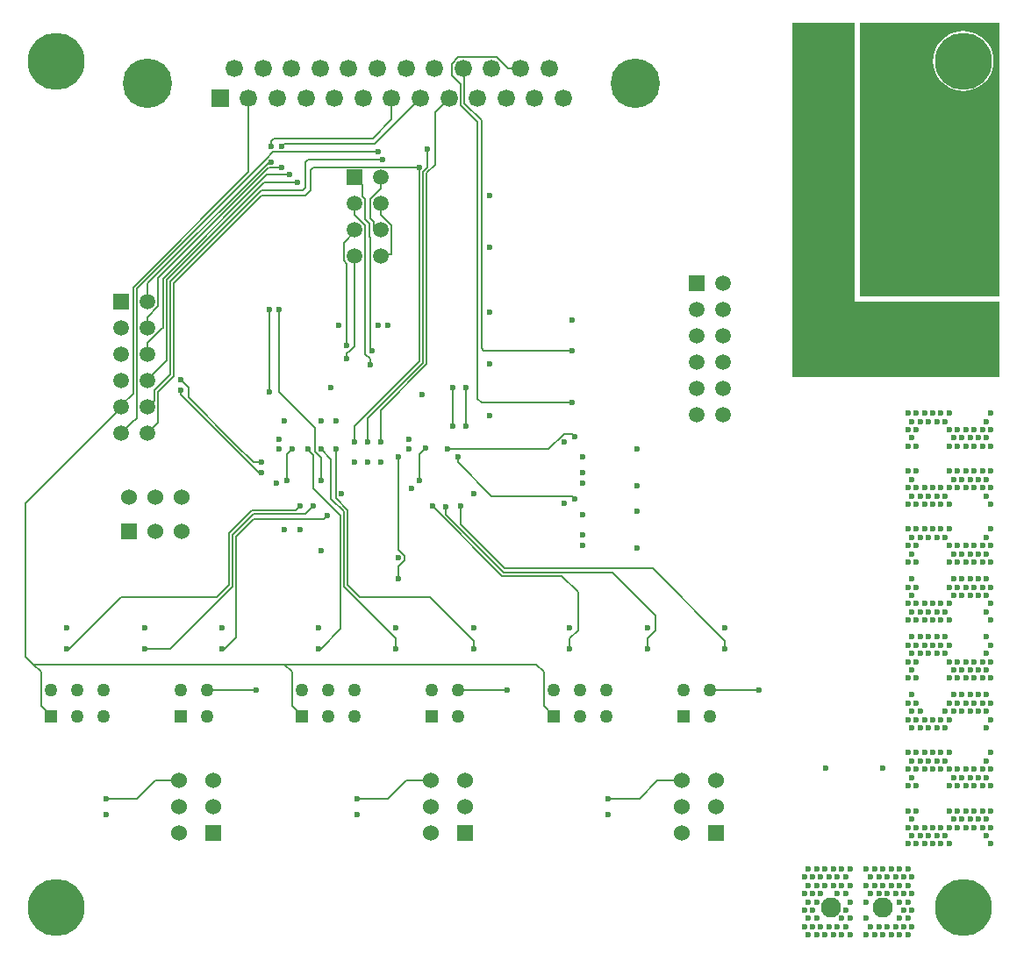
<source format=gbl>
G04*
G04 #@! TF.GenerationSoftware,Altium Limited,Altium Designer,19.1.5 (86)*
G04*
G04 Layer_Physical_Order=4*
G04 Layer_Color=16711680*
%FSLAX44Y44*%
%MOMM*%
G71*
G01*
G75*
%ADD11C,0.2000*%
%ADD45C,1.2700*%
%ADD46R,1.2700X1.2700*%
%ADD47C,5.5000*%
%ADD48R,1.5240X1.5240*%
%ADD49C,1.5240*%
%ADD50C,1.9500*%
%ADD51C,1.5000*%
%ADD52R,1.5000X1.5000*%
%ADD53C,1.6900*%
%ADD54R,1.6900X1.6900*%
%ADD55C,4.7600*%
%ADD56R,1.5240X1.5240*%
%ADD57C,0.6000*%
G36*
X952500Y896602D02*
Y632500D01*
X817500D01*
Y896602D01*
X952500D01*
D02*
G37*
G36*
X812500D02*
X812500Y627500D01*
X952500Y627500D01*
X952500Y555000D01*
X752500Y555000D01*
X752500Y896602D01*
X812500D01*
D02*
G37*
%LPC*%
G36*
X917500Y889114D02*
X912946Y888755D01*
X908503Y887689D01*
X904283Y885940D01*
X900387Y883553D01*
X896914Y880586D01*
X893947Y877113D01*
X891560Y873217D01*
X889811Y868997D01*
X888745Y864554D01*
X888386Y860000D01*
X888745Y855446D01*
X889811Y851003D01*
X891560Y846783D01*
X893947Y842887D01*
X896914Y839414D01*
X900387Y836447D01*
X904283Y834060D01*
X908503Y832311D01*
X912946Y831245D01*
X917500Y830886D01*
X922054Y831245D01*
X926497Y832311D01*
X930717Y834060D01*
X934613Y836447D01*
X938086Y839414D01*
X941053Y842887D01*
X943440Y846783D01*
X945189Y851003D01*
X946255Y855446D01*
X946614Y860000D01*
X946255Y864554D01*
X945189Y868997D01*
X943440Y873217D01*
X941053Y877113D01*
X938086Y880586D01*
X934613Y883553D01*
X930717Y885940D01*
X926497Y887689D01*
X922054Y888755D01*
X917500Y889114D01*
D02*
G37*
%LPD*%
D11*
X454890Y580110D02*
X539890D01*
X540000Y580000D01*
X687500Y292500D02*
Y300000D01*
X617500Y370000D02*
X687500Y300000D01*
X474967Y370000D02*
X617500D01*
X612500Y302188D02*
X620524Y310212D01*
X612500Y292500D02*
Y302188D01*
X537500Y302188D02*
X545524Y310212D01*
X537500Y292500D02*
Y302188D01*
X445000Y292500D02*
Y300000D01*
X402500Y342500D02*
X445000Y300000D01*
X335000Y342500D02*
X402500D01*
X319999Y352501D02*
X370000Y302500D01*
Y292500D02*
Y302500D01*
X295000Y292500D02*
X297500D01*
X316475Y311475D01*
X202500Y292500D02*
X205000D01*
X216094Y303594D01*
X127500Y292500D02*
X152500D01*
X52500D02*
X55000D01*
X105000Y342500D01*
X512500Y237500D02*
X522500Y227500D01*
X512500Y237500D02*
Y270000D01*
X505000Y277500D02*
X512500Y270000D01*
X672500Y252500D02*
X720000D01*
X676250Y248750D02*
X676550Y249050D01*
X672500Y252500D02*
X676250Y248750D01*
X622500Y165000D02*
X645000D01*
X605000Y147500D02*
X622500Y165000D01*
X575000Y147500D02*
X605000D01*
X270000Y237500D02*
X280000Y227500D01*
X270000Y237500D02*
Y270000D01*
X262500Y277500D02*
X270000Y270000D01*
X430000Y252500D02*
X477500D01*
X433750Y248750D02*
X434050Y249050D01*
X430000Y252500D02*
X433750Y248750D01*
X380000Y165000D02*
X402500D01*
X362500Y147500D02*
X380000Y165000D01*
X332500Y147500D02*
X362500D01*
X321455Y757524D02*
X392500D01*
X130000Y500000D02*
X140464Y510464D01*
X105000Y527500D02*
X116476Y538976D01*
Y641476D01*
X227815Y752815D01*
X251664Y771976D02*
X351976D01*
X244844Y765156D02*
X251664Y771976D01*
X250000Y777500D02*
Y782500D01*
X252500Y785000D02*
X347500D01*
X250000Y782500D02*
X252500Y785000D01*
X227815Y752815D02*
Y824100D01*
X12500Y285000D02*
Y432500D01*
X105000Y525000D01*
X262500Y277500D02*
X505000D01*
X20000D02*
X262500D01*
X27500Y237500D02*
X37500Y227500D01*
X20000Y277500D02*
X27500Y270000D01*
X12500Y285000D02*
X20000Y277500D01*
X27500Y237500D02*
Y270000D01*
X105000Y500000D02*
X115334Y510334D01*
X120000Y640000D02*
X244476Y764476D01*
X120000Y515000D02*
Y640000D01*
X115334Y510334D02*
X120000Y515000D01*
X115334Y510334D02*
Y510334D01*
X425000Y507500D02*
Y545000D01*
X437500Y507500D02*
Y545000D01*
X348422Y697900D02*
X355400D01*
Y672900D02*
X365694D01*
X430000Y472500D02*
Y477500D01*
X420000Y485000D02*
X517188D01*
X430000Y472500D02*
X462500Y440000D01*
X540000D01*
X452500Y530000D02*
X540000D01*
X448976Y533524D02*
X452500Y530000D01*
X448976Y533524D02*
Y801040D01*
X432500Y817516D02*
X448976Y801040D01*
X432500Y817516D02*
Y837500D01*
X423916Y846084D02*
X432500Y837500D01*
X423916Y846084D02*
Y857046D01*
X430344Y863474D01*
X436024Y818976D02*
Y851366D01*
Y818976D02*
X452500Y802500D01*
X430344Y863474D02*
X467046D01*
X478019Y852500D01*
X490110D01*
X452500Y582500D02*
X454890Y580110D01*
X452500Y582500D02*
Y802500D01*
X434890Y852500D02*
X436024Y851366D01*
X540000Y500000D02*
X542500Y497500D01*
X532188Y500000D02*
X540000D01*
X517188Y485000D02*
X532188Y500000D01*
X540000Y440000D02*
X542500Y437500D01*
X130000Y525000D02*
X136940Y531940D01*
X418000Y421984D02*
Y429500D01*
X405000Y430000D02*
X472500Y362500D01*
X187500Y252500D02*
X235000D01*
X432500Y412467D02*
Y430000D01*
Y412467D02*
X474967Y370000D01*
X578976Y366024D02*
X620524Y324476D01*
X473960Y366024D02*
X578976D01*
X418000Y421984D02*
X473960Y366024D01*
X530000Y362500D02*
X545524Y346976D01*
X472500Y362500D02*
X530000D01*
X392499Y479999D02*
X397500Y485000D01*
X392499Y454999D02*
Y479999D01*
X372499Y387813D02*
Y477499D01*
Y387813D02*
X378024Y382288D01*
X355000Y492500D02*
Y522516D01*
X342500Y492500D02*
Y515000D01*
X330000Y492500D02*
Y507500D01*
X355000Y522516D02*
X399548Y567064D01*
Y751752D01*
X407500Y759704D01*
Y810515D01*
X421085Y824100D01*
X342500Y515000D02*
X396024Y568524D01*
X392500Y570000D02*
Y757500D01*
X396024Y568524D02*
Y753212D01*
X400000Y757188D01*
Y775000D01*
X330000Y507500D02*
X392500Y570000D01*
X273524Y426024D02*
X277500Y430000D01*
X130000Y602500D02*
Y612500D01*
X90000Y147500D02*
X120000D01*
X290000Y447500D02*
X316475Y421025D01*
X290000Y447500D02*
Y479704D01*
X285000Y484704D02*
X290000Y479704D01*
X285000Y484704D02*
Y485000D01*
X208976Y353976D02*
Y403960D01*
X231040Y426024D01*
X273524D01*
X197500Y342500D02*
X208976Y353976D01*
X212500Y402500D02*
X232500Y422500D01*
X162500Y552500D02*
X170000Y545000D01*
X322500Y585000D02*
Y664242D01*
X319706Y667036D02*
X322500Y664242D01*
X297500Y455000D02*
Y477188D01*
X291976Y482712D02*
X297500Y477188D01*
Y485000D02*
X307500Y475000D01*
Y437188D02*
Y475000D01*
Y437188D02*
X319687Y425001D01*
X291976Y482712D02*
Y505524D01*
X257500Y540000D02*
X291976Y505524D01*
X257500Y540000D02*
Y619999D01*
X232482Y472500D02*
X240000D01*
X215000Y489982D02*
X232482Y472500D01*
X215000Y489982D02*
Y490000D01*
X170000Y535000D02*
X215000Y490000D01*
X170000Y535000D02*
Y545000D01*
X155738Y555755D02*
Y645455D01*
X140464Y540480D02*
X155738Y555755D01*
X152214Y557214D02*
Y646914D01*
X136940Y541940D02*
X152214Y557214D01*
X140464Y510464D02*
Y540480D01*
X136940Y531940D02*
Y541940D01*
X162500Y537500D02*
Y542500D01*
X130000Y630000D02*
Y645016D01*
X130440Y627900D02*
Y629560D01*
X140464Y622964D02*
Y650115D01*
X130000Y612500D02*
X140464Y622964D01*
X148690Y648374D02*
X242817Y742500D01*
X130000Y552500D02*
X148690Y571190D01*
Y648374D01*
X145166Y602500D02*
Y649834D01*
X155738Y645455D02*
X240284Y730000D01*
X130440Y587940D02*
X145000Y602500D01*
X130440Y577100D02*
Y587940D01*
X620524Y310212D02*
Y324476D01*
X545524Y310212D02*
Y346976D01*
X247500Y540000D02*
Y620000D01*
X323523Y353977D02*
Y423540D01*
X323524Y423540D01*
Y426460D01*
X311976Y438008D02*
X323524Y426460D01*
X311976Y438008D02*
Y484476D01*
X312500Y485000D01*
X372500Y360000D02*
Y372188D01*
X378024Y377712D01*
Y382288D01*
X323523Y353977D02*
X335000Y342500D01*
X319999Y352501D02*
Y424999D01*
X316475Y311475D02*
Y421025D01*
X105000Y342500D02*
X197500D01*
X152500Y292500D02*
X212500Y352500D01*
X216094Y303594D02*
Y401094D01*
X232500Y417500D01*
X212500Y352500D02*
Y402500D01*
X232500Y417500D02*
X300500D01*
X304000Y421000D01*
X232500Y422500D02*
X282500D01*
X290000Y430000D01*
X345000Y582500D02*
X347500Y580000D01*
X345000Y567500D02*
Y572500D01*
X340294Y577206D02*
X345000Y572500D01*
X346706Y580294D02*
X347000Y580000D01*
X330000Y584688D02*
Y671300D01*
X324788Y579476D02*
X330000Y584688D01*
X324476Y579476D02*
X324788D01*
X322500Y577500D02*
X324476Y579476D01*
X322500Y572500D02*
Y577500D01*
X287500Y755000D02*
X290000Y757500D01*
X321431D01*
X290000D02*
X290000D01*
X321431D02*
X321455Y757524D01*
X285000Y765000D02*
X357500D01*
X282500Y762500D02*
X285000Y765000D01*
X259476Y756976D02*
X260000Y757500D01*
X245333Y750000D02*
X267500D01*
X242817Y742500D02*
X275000D01*
X282500Y737500D02*
Y762500D01*
X280000Y735000D02*
X282500Y737500D01*
X240300Y735000D02*
X280000D01*
X247484Y762500D02*
X250000D01*
X351976Y771976D02*
X352500Y772500D01*
X260000Y777500D02*
X262500Y780000D01*
X349375D01*
X393475Y824100D01*
X120000Y147500D02*
X137500Y165000D01*
X191250Y248750D02*
X191550Y249050D01*
X187500Y252500D02*
X191250Y248750D01*
X137500Y165000D02*
X160000D01*
X237499Y462500D02*
X240000D01*
X185000Y514999D02*
X237499Y462500D01*
X265000Y480000D02*
X270000Y485000D01*
X265000Y455000D02*
Y480000D01*
X319999Y424999D02*
X320000Y425000D01*
X162500Y537500D02*
X185000Y515000D01*
Y514999D02*
Y515000D01*
X130000Y645016D02*
X247484Y762500D01*
X247712Y756976D02*
X259476D01*
X240284Y730000D02*
X282500D01*
X287500Y735000D01*
Y755000D01*
X152214Y646914D02*
X240300Y735000D01*
X145166Y649834D02*
X245333Y750000D01*
X140464Y650115D02*
X247325Y756976D01*
X347500Y785000D02*
X365865Y803365D01*
X391600Y824100D02*
X393475D01*
X365865Y803365D02*
Y824100D01*
X355000Y672500D02*
X355400Y672900D01*
X365694D02*
Y700964D01*
X355400Y711258D02*
X365694Y700964D01*
X355400Y711258D02*
Y722100D01*
X355000Y697500D02*
X355400Y697900D01*
X348422D02*
Y704331D01*
X345106Y707647D02*
X348422Y704331D01*
X345106Y707647D02*
Y726364D01*
X355400Y736658D01*
Y747500D01*
X340294Y577206D02*
Y700964D01*
X344358Y690642D02*
Y702647D01*
Y690642D02*
X345106Y689894D01*
X330000Y711258D02*
X340294Y700964D01*
X340000Y707005D02*
Y717542D01*
Y707005D02*
X344358Y702647D01*
X340000Y717542D02*
X340294Y717836D01*
X345106Y667036D02*
Y689894D01*
X337500Y729158D02*
Y740000D01*
Y729158D02*
X340294Y726364D01*
Y717836D02*
Y726364D01*
X330000Y747500D02*
X337500Y740000D01*
X345000Y666930D02*
X345106Y667036D01*
X345000Y582500D02*
Y666930D01*
X330000Y722100D02*
Y722500D01*
Y711258D02*
Y722100D01*
X319706Y684706D02*
X330000Y695000D01*
X319706Y667036D02*
Y684706D01*
D45*
X162300Y252500D02*
D03*
X187700D02*
D03*
Y227100D02*
D03*
X672700Y227100D02*
D03*
Y252500D02*
D03*
X647300D02*
D03*
X404800Y252500D02*
D03*
X430200D02*
D03*
Y227100D02*
D03*
X572900Y227100D02*
D03*
Y252500D02*
D03*
X547500Y227100D02*
D03*
Y252500D02*
D03*
X522100D02*
D03*
X87900Y227100D02*
D03*
Y252500D02*
D03*
X62500Y227100D02*
D03*
Y252500D02*
D03*
X37100D02*
D03*
X330400Y227100D02*
D03*
Y252500D02*
D03*
X305000Y227100D02*
D03*
Y252500D02*
D03*
X279600D02*
D03*
D46*
X162300Y227100D02*
D03*
X647300Y227100D02*
D03*
X404800Y227100D02*
D03*
X522100Y227100D02*
D03*
X37100Y227100D02*
D03*
X279600D02*
D03*
D47*
X42500Y860000D02*
D03*
X917500D02*
D03*
Y42500D02*
D03*
X42500D02*
D03*
D48*
X679010Y114800D02*
D03*
X436510Y114800D02*
D03*
X194010D02*
D03*
D49*
X679010Y140200D02*
D03*
Y165600D02*
D03*
X645990Y114800D02*
D03*
Y140200D02*
D03*
Y165600D02*
D03*
X403490Y165600D02*
D03*
Y140200D02*
D03*
Y114800D02*
D03*
X436510Y165600D02*
D03*
Y140200D02*
D03*
X194010D02*
D03*
Y165600D02*
D03*
X160990Y114800D02*
D03*
Y140200D02*
D03*
Y165600D02*
D03*
X137500Y405990D02*
D03*
X162900D02*
D03*
X112100Y439010D02*
D03*
X137500D02*
D03*
X162900D02*
D03*
D50*
X915000Y655000D02*
D03*
Y605000D02*
D03*
X790000Y860000D02*
D03*
X840000D02*
D03*
Y42500D02*
D03*
X790000D02*
D03*
D51*
X130440Y500900D02*
D03*
X105040D02*
D03*
X130440Y526300D02*
D03*
X105040D02*
D03*
X130440Y551700D02*
D03*
X105040D02*
D03*
X130440Y577100D02*
D03*
X105040D02*
D03*
X130440Y602500D02*
D03*
X105040D02*
D03*
X130440Y627900D02*
D03*
X685400Y518000D02*
D03*
X660000D02*
D03*
X685400Y543400D02*
D03*
X660000D02*
D03*
X685400Y568800D02*
D03*
X660000D02*
D03*
X685400Y594200D02*
D03*
X660000D02*
D03*
X685400Y619600D02*
D03*
X660000D02*
D03*
X685400Y645000D02*
D03*
X355400Y671300D02*
D03*
X330000D02*
D03*
X355400Y696700D02*
D03*
X330000D02*
D03*
X355400Y722100D02*
D03*
X330000D02*
D03*
X355400Y747500D02*
D03*
D52*
X105040Y627900D02*
D03*
X660000Y645000D02*
D03*
X330000Y747500D02*
D03*
D53*
X531525Y824100D02*
D03*
X517720Y852500D02*
D03*
X503915Y824100D02*
D03*
X490110Y852500D02*
D03*
X476305Y824100D02*
D03*
X462500Y852500D02*
D03*
X448695Y824100D02*
D03*
X434890Y852500D02*
D03*
X421085Y824100D02*
D03*
X407280Y852500D02*
D03*
X393475Y824100D02*
D03*
X379670Y852500D02*
D03*
X365865Y824100D02*
D03*
X352060Y852500D02*
D03*
X338255Y824100D02*
D03*
X324450Y852500D02*
D03*
X310645Y824100D02*
D03*
X296840Y852500D02*
D03*
X283035Y824100D02*
D03*
X269230Y852500D02*
D03*
X255425Y824100D02*
D03*
X241620Y852500D02*
D03*
X227815Y824100D02*
D03*
X214010Y852500D02*
D03*
D54*
X200205Y824100D02*
D03*
D55*
X130605Y838300D02*
D03*
X601125D02*
D03*
D56*
X112100Y405990D02*
D03*
D57*
X540000Y530000D02*
D03*
Y580000D02*
D03*
X687500Y292500D02*
D03*
Y312500D02*
D03*
X612500Y292500D02*
D03*
Y312500D02*
D03*
X537500D02*
D03*
Y292500D02*
D03*
X445000D02*
D03*
Y312500D02*
D03*
X370000Y292500D02*
D03*
Y312500D02*
D03*
X295000Y292500D02*
D03*
Y312500D02*
D03*
X202500Y292500D02*
D03*
Y312500D02*
D03*
X127500Y292500D02*
D03*
Y312500D02*
D03*
X52500Y292500D02*
D03*
Y312500D02*
D03*
X540000Y610000D02*
D03*
X720000Y252500D02*
D03*
X575000Y147500D02*
D03*
Y132500D02*
D03*
X477500Y252500D02*
D03*
X332500Y147500D02*
D03*
Y132500D02*
D03*
X250000Y777500D02*
D03*
X437500Y545000D02*
D03*
X425000Y507500D02*
D03*
Y545000D02*
D03*
X437500Y507500D02*
D03*
X430000Y477500D02*
D03*
X420000Y485000D02*
D03*
X542500Y497500D02*
D03*
Y437500D02*
D03*
X550024Y421476D02*
D03*
X550500Y478000D02*
D03*
X550000Y402500D02*
D03*
X602500Y390000D02*
D03*
Y425000D02*
D03*
Y450000D02*
D03*
Y485000D02*
D03*
X532500Y432500D02*
D03*
Y492500D02*
D03*
X550000Y462500D02*
D03*
X550000Y392500D02*
D03*
X550000Y452500D02*
D03*
X460000Y517500D02*
D03*
X418000Y429500D02*
D03*
X405000Y430000D02*
D03*
X392499Y454999D02*
D03*
X385000Y447500D02*
D03*
X372499Y477499D02*
D03*
X398500Y486000D02*
D03*
X395000Y537500D02*
D03*
X342500Y472500D02*
D03*
X355000Y492500D02*
D03*
Y472500D02*
D03*
X342500Y492500D02*
D03*
X330000Y472500D02*
D03*
Y492500D02*
D03*
X392500Y757500D02*
D03*
X400000Y775000D02*
D03*
X432500Y430000D02*
D03*
X262500Y512500D02*
D03*
X312500D02*
D03*
X297500D02*
D03*
Y387500D02*
D03*
X262500Y407500D02*
D03*
X277500Y430000D02*
D03*
Y407500D02*
D03*
X90000Y147500D02*
D03*
Y132500D02*
D03*
X162500Y552500D02*
D03*
X382500Y495000D02*
D03*
Y485000D02*
D03*
X307500Y545000D02*
D03*
X315000Y605000D02*
D03*
X297500Y455000D02*
D03*
X162500Y542500D02*
D03*
X357500Y765000D02*
D03*
X247500Y540000D02*
D03*
X445000Y442500D02*
D03*
X317500D02*
D03*
X304000Y421000D02*
D03*
X290000Y430000D02*
D03*
X257500Y619999D02*
D03*
X347000Y580000D02*
D03*
X255000Y452499D02*
D03*
X260000Y757500D02*
D03*
X267500Y750000D02*
D03*
X275000Y742500D02*
D03*
X250000Y762500D02*
D03*
X352500Y772500D02*
D03*
X372500Y360000D02*
D03*
Y380000D02*
D03*
X235000Y252500D02*
D03*
X944001Y464001D02*
D03*
Y448000D02*
D03*
Y432001D02*
D03*
X936001Y464001D02*
D03*
X940001Y456001D02*
D03*
X936001Y448000D02*
D03*
X940001Y440000D02*
D03*
X928001Y464001D02*
D03*
X932001Y456001D02*
D03*
X928001Y448000D02*
D03*
X920001Y464001D02*
D03*
X924001Y456001D02*
D03*
X920001Y448000D02*
D03*
X912001Y464001D02*
D03*
X916001Y456001D02*
D03*
X912001Y448000D02*
D03*
X904001Y464001D02*
D03*
X908001Y456001D02*
D03*
X904001Y448000D02*
D03*
Y432001D02*
D03*
X896001Y448000D02*
D03*
X900001Y440000D02*
D03*
X896001Y432001D02*
D03*
X888001Y448000D02*
D03*
X892001Y440000D02*
D03*
X888001Y432001D02*
D03*
X880001Y448000D02*
D03*
X884001Y440000D02*
D03*
X880001Y432001D02*
D03*
X872001Y464001D02*
D03*
Y448000D02*
D03*
X876001Y440000D02*
D03*
X872001Y432001D02*
D03*
X864001Y464001D02*
D03*
X868001Y456001D02*
D03*
X864001Y448000D02*
D03*
X868001Y440000D02*
D03*
X864001Y432001D02*
D03*
X944001Y352000D02*
D03*
Y336000D02*
D03*
Y320000D02*
D03*
X940001Y360000D02*
D03*
X936001Y352000D02*
D03*
X940001Y344000D02*
D03*
Y328000D02*
D03*
X932001Y360000D02*
D03*
X928001Y352000D02*
D03*
X932001Y344000D02*
D03*
X924001Y360000D02*
D03*
X920001Y352000D02*
D03*
X924001Y344000D02*
D03*
X916001Y360000D02*
D03*
X912001Y352000D02*
D03*
X916001Y344000D02*
D03*
X908001Y360000D02*
D03*
X904001Y352000D02*
D03*
X908001Y344000D02*
D03*
X904001Y336000D02*
D03*
Y320000D02*
D03*
X896001Y336000D02*
D03*
X900001Y328000D02*
D03*
X896001Y320000D02*
D03*
X888001Y336000D02*
D03*
X892001Y328000D02*
D03*
X888001Y320000D02*
D03*
X880001Y336000D02*
D03*
X884001Y328000D02*
D03*
X880001Y320000D02*
D03*
X872001Y352000D02*
D03*
Y336000D02*
D03*
X876001Y328000D02*
D03*
X872001Y320000D02*
D03*
X868001Y360000D02*
D03*
X864001Y352000D02*
D03*
X868001Y344000D02*
D03*
X864001Y336000D02*
D03*
X868001Y328000D02*
D03*
X864001Y320000D02*
D03*
X944001Y240000D02*
D03*
Y224000D02*
D03*
X940001Y248000D02*
D03*
X936001Y240000D02*
D03*
X940001Y232000D02*
D03*
Y216000D02*
D03*
X932001Y248000D02*
D03*
X928001Y240000D02*
D03*
X932001Y232000D02*
D03*
X924001Y248000D02*
D03*
X920001Y240000D02*
D03*
X924001Y232000D02*
D03*
X916001Y248000D02*
D03*
X912001Y240000D02*
D03*
X916001Y232000D02*
D03*
X908001Y248000D02*
D03*
X904001Y240000D02*
D03*
X908001Y232000D02*
D03*
X904001Y224000D02*
D03*
X900001Y232000D02*
D03*
X896001Y224000D02*
D03*
X900001Y216000D02*
D03*
X888001Y224000D02*
D03*
X892001Y216000D02*
D03*
X880001Y224000D02*
D03*
X884001Y216000D02*
D03*
X872001Y240000D02*
D03*
X876001Y232000D02*
D03*
X872001Y224000D02*
D03*
X876001Y216000D02*
D03*
X868001Y248000D02*
D03*
X864001Y240000D02*
D03*
X868001Y232000D02*
D03*
X864001Y224000D02*
D03*
X868001Y216000D02*
D03*
X944001Y136000D02*
D03*
Y120000D02*
D03*
Y104000D02*
D03*
X936001Y136000D02*
D03*
X940001Y128000D02*
D03*
X936001Y120000D02*
D03*
X940001Y112000D02*
D03*
X928001Y136000D02*
D03*
X932001Y128000D02*
D03*
X928001Y120000D02*
D03*
X920001Y136000D02*
D03*
X924001Y128000D02*
D03*
X920001Y120000D02*
D03*
X912001Y136000D02*
D03*
X916001Y128000D02*
D03*
X912001Y120000D02*
D03*
X904001Y136000D02*
D03*
X908001Y128000D02*
D03*
X904001Y120000D02*
D03*
Y104000D02*
D03*
X896001Y120000D02*
D03*
X900001Y112000D02*
D03*
X896001Y104000D02*
D03*
X888001Y120000D02*
D03*
X892001Y112000D02*
D03*
X888001Y104000D02*
D03*
X880001Y120000D02*
D03*
X884001Y112000D02*
D03*
X880001Y104000D02*
D03*
X872001Y136000D02*
D03*
Y120000D02*
D03*
X876001Y112000D02*
D03*
X872001Y104000D02*
D03*
X864001Y136000D02*
D03*
X868001Y128000D02*
D03*
X864001Y120000D02*
D03*
X868001Y112000D02*
D03*
X864001Y104000D02*
D03*
X944001Y192000D02*
D03*
Y176000D02*
D03*
Y160000D02*
D03*
X940001Y184000D02*
D03*
X936001Y176000D02*
D03*
X940001Y168000D02*
D03*
X936001Y160000D02*
D03*
X928001Y176000D02*
D03*
X932001Y168000D02*
D03*
X928001Y160000D02*
D03*
X920001Y176000D02*
D03*
X924001Y168000D02*
D03*
X920001Y160000D02*
D03*
X912001Y176000D02*
D03*
X916001Y168000D02*
D03*
X912001Y160000D02*
D03*
X904001Y192000D02*
D03*
Y176000D02*
D03*
X908001Y168000D02*
D03*
X904001Y160000D02*
D03*
X896001Y192000D02*
D03*
X900001Y184000D02*
D03*
X896001Y176000D02*
D03*
X888001Y192000D02*
D03*
X892001Y184000D02*
D03*
X888001Y176000D02*
D03*
X880001Y192000D02*
D03*
X884001Y184000D02*
D03*
X880001Y176000D02*
D03*
X872001Y192000D02*
D03*
X876001Y184000D02*
D03*
X872001Y176000D02*
D03*
Y160000D02*
D03*
X864001Y192000D02*
D03*
X868001Y184000D02*
D03*
X864001Y176000D02*
D03*
X868001Y168000D02*
D03*
X864001Y160000D02*
D03*
X944001Y296000D02*
D03*
Y280000D02*
D03*
Y264000D02*
D03*
X940001Y304000D02*
D03*
Y288000D02*
D03*
X936001Y280000D02*
D03*
X940001Y272000D02*
D03*
X936001Y264000D02*
D03*
X928001Y280000D02*
D03*
X932001Y272000D02*
D03*
X928001Y264000D02*
D03*
X920001Y280000D02*
D03*
X924001Y272000D02*
D03*
X920001Y264000D02*
D03*
X912001Y280000D02*
D03*
X916001Y272000D02*
D03*
X912001Y264000D02*
D03*
X904001Y296000D02*
D03*
Y280000D02*
D03*
X908001Y272000D02*
D03*
X904001Y264000D02*
D03*
X900001Y304000D02*
D03*
X896001Y296000D02*
D03*
X900001Y288000D02*
D03*
X892001Y304000D02*
D03*
X888001Y296000D02*
D03*
X892001Y288000D02*
D03*
X884001Y304000D02*
D03*
X880001Y296000D02*
D03*
X884001Y288000D02*
D03*
X876001Y304000D02*
D03*
X872001Y296000D02*
D03*
X876001Y288000D02*
D03*
X872001Y280000D02*
D03*
Y264000D02*
D03*
X868001Y304000D02*
D03*
X864001Y296000D02*
D03*
X868001Y288000D02*
D03*
X864001Y280000D02*
D03*
X868001Y272000D02*
D03*
X864001Y264000D02*
D03*
X944001Y408000D02*
D03*
Y392001D02*
D03*
Y376000D02*
D03*
X940001Y400000D02*
D03*
X936001Y392001D02*
D03*
X940001Y384001D02*
D03*
X936001Y376000D02*
D03*
X928001Y392001D02*
D03*
X932001Y384001D02*
D03*
X928001Y376000D02*
D03*
X920001Y392001D02*
D03*
X924001Y384001D02*
D03*
X920001Y376000D02*
D03*
X912001Y392001D02*
D03*
X916001Y384001D02*
D03*
X912001Y376000D02*
D03*
X904001Y408000D02*
D03*
Y392001D02*
D03*
X908001Y384001D02*
D03*
X904001Y376000D02*
D03*
X896001Y408000D02*
D03*
X900001Y400000D02*
D03*
X888001Y408000D02*
D03*
X892001Y400000D02*
D03*
X880001Y408000D02*
D03*
X884001Y400000D02*
D03*
X872001Y408000D02*
D03*
X876001Y400000D02*
D03*
X872001Y392001D02*
D03*
Y376000D02*
D03*
X864001Y408000D02*
D03*
X868001Y400000D02*
D03*
X864001Y392001D02*
D03*
X868001Y384001D02*
D03*
X864001Y376000D02*
D03*
X944001Y520001D02*
D03*
Y504001D02*
D03*
Y488001D02*
D03*
X940001Y512001D02*
D03*
X936001Y504001D02*
D03*
X940001Y496001D02*
D03*
X936001Y488001D02*
D03*
X928001Y504001D02*
D03*
X932001Y496001D02*
D03*
X928001Y488001D02*
D03*
X920001Y504001D02*
D03*
X924001Y496001D02*
D03*
X920001Y488001D02*
D03*
X912001Y504001D02*
D03*
X916001Y496001D02*
D03*
X912001Y488001D02*
D03*
X904001Y520001D02*
D03*
Y504001D02*
D03*
X908001Y496001D02*
D03*
X904001Y488001D02*
D03*
X896001Y520001D02*
D03*
X900001Y512001D02*
D03*
X888001Y520001D02*
D03*
X892001Y512001D02*
D03*
X880001Y520001D02*
D03*
X884001Y512001D02*
D03*
X872001Y520001D02*
D03*
X876001Y512001D02*
D03*
X872001Y504001D02*
D03*
Y488001D02*
D03*
X864001Y520001D02*
D03*
X868001Y512001D02*
D03*
X864001Y504001D02*
D03*
X868001Y496001D02*
D03*
X864001Y488001D02*
D03*
Y80000D02*
D03*
X868001Y72000D02*
D03*
X864001Y64000D02*
D03*
X868001Y56000D02*
D03*
X864001Y48000D02*
D03*
X868001Y40000D02*
D03*
X864001Y32000D02*
D03*
X868001Y24000D02*
D03*
X864001Y16000D02*
D03*
X856001Y80000D02*
D03*
X860001Y72000D02*
D03*
X856001Y64000D02*
D03*
X860001Y56000D02*
D03*
X856001Y48000D02*
D03*
X860001Y40000D02*
D03*
X856001Y32000D02*
D03*
X860001Y24000D02*
D03*
X856001Y16000D02*
D03*
X848001Y80000D02*
D03*
X852001Y72000D02*
D03*
X848001Y64000D02*
D03*
X852001Y56000D02*
D03*
Y24000D02*
D03*
X848001Y16000D02*
D03*
X840001Y80000D02*
D03*
X844001Y72000D02*
D03*
X840001Y64000D02*
D03*
X844001Y56000D02*
D03*
Y24000D02*
D03*
X840001Y16000D02*
D03*
X832001Y80000D02*
D03*
X836001Y72000D02*
D03*
X832001Y64000D02*
D03*
X836001Y56000D02*
D03*
Y24000D02*
D03*
X832001Y16000D02*
D03*
X824001Y80000D02*
D03*
X828001Y72000D02*
D03*
X824001Y64000D02*
D03*
X828001Y56000D02*
D03*
X824001Y48000D02*
D03*
Y32000D02*
D03*
X828001Y24000D02*
D03*
X824001Y16000D02*
D03*
X808001Y80000D02*
D03*
Y64000D02*
D03*
Y48000D02*
D03*
Y32000D02*
D03*
Y16000D02*
D03*
X800001Y80000D02*
D03*
X804001Y72000D02*
D03*
X800001Y64000D02*
D03*
X804001Y56000D02*
D03*
Y40000D02*
D03*
X800001Y32000D02*
D03*
X804001Y24000D02*
D03*
X800001Y16000D02*
D03*
X792001Y80000D02*
D03*
X796001Y72000D02*
D03*
X792001Y64000D02*
D03*
X796001Y56000D02*
D03*
Y24000D02*
D03*
X792001Y16000D02*
D03*
X784001Y80000D02*
D03*
X788001Y72000D02*
D03*
X784001Y64000D02*
D03*
X788001Y24000D02*
D03*
X784001Y16000D02*
D03*
X776001Y80000D02*
D03*
X780001Y72000D02*
D03*
X776001Y64000D02*
D03*
X780001Y56000D02*
D03*
X776001Y48000D02*
D03*
Y32000D02*
D03*
X780001Y24000D02*
D03*
X776001Y16000D02*
D03*
X768001Y80000D02*
D03*
X772001Y72000D02*
D03*
X768001Y64000D02*
D03*
X772001Y56000D02*
D03*
X768001Y48000D02*
D03*
X772001Y40000D02*
D03*
X768001Y32000D02*
D03*
X772001Y24000D02*
D03*
X768001Y16000D02*
D03*
X764001Y72000D02*
D03*
Y56000D02*
D03*
Y40000D02*
D03*
Y24000D02*
D03*
X240000Y462500D02*
D03*
X270000Y485000D02*
D03*
X285000D02*
D03*
X297500D02*
D03*
X312500D02*
D03*
X352500Y605000D02*
D03*
X362500D02*
D03*
X257500Y484999D02*
D03*
X257500Y495000D02*
D03*
X240000Y472499D02*
D03*
X247500Y620000D02*
D03*
X260000Y777500D02*
D03*
X785000Y177500D02*
D03*
X840000D02*
D03*
X265000Y455000D02*
D03*
X460000Y680000D02*
D03*
Y567500D02*
D03*
Y617500D02*
D03*
Y730000D02*
D03*
X345500Y567000D02*
D03*
X322500Y572500D02*
D03*
Y585000D02*
D03*
M02*

</source>
